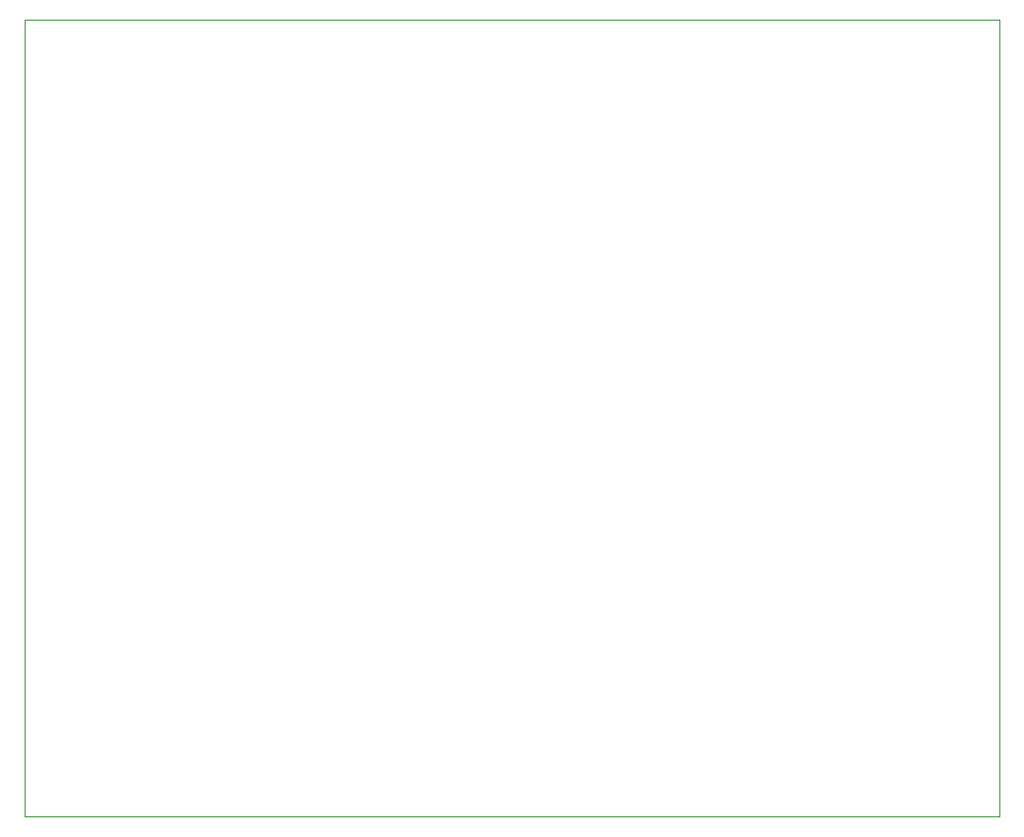
<source format=gm1>
%TF.GenerationSoftware,KiCad,Pcbnew,9.0.0*%
%TF.CreationDate,2025-03-08T00:24:41-08:00*%
%TF.ProjectId,sensor,73656e73-6f72-42e6-9b69-6361645f7063,v0.2*%
%TF.SameCoordinates,Original*%
%TF.FileFunction,Profile,NP*%
%FSLAX46Y46*%
G04 Gerber Fmt 4.6, Leading zero omitted, Abs format (unit mm)*
G04 Created by KiCad (PCBNEW 9.0.0) date 2025-03-08 00:24:41*
%MOMM*%
%LPD*%
G01*
G04 APERTURE LIST*
%TA.AperFunction,Profile*%
%ADD10C,0.050000*%
%TD*%
G04 APERTURE END LIST*
D10*
X119380000Y-63500000D02*
X203200000Y-63500000D01*
X203200000Y-132080000D01*
X119380000Y-132080000D01*
X119380000Y-63500000D01*
M02*

</source>
